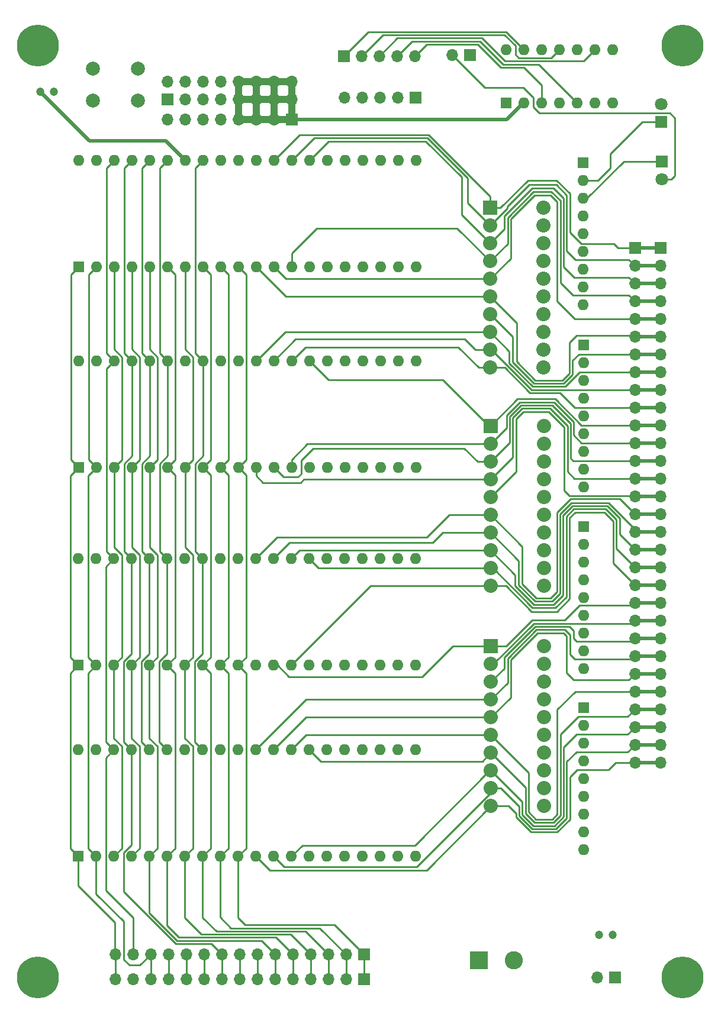
<source format=gbr>
%TF.GenerationSoftware,KiCad,Pcbnew,(5.1.9-0-10_14)*%
%TF.CreationDate,2021-06-04T12:06:49-04:00*%
%TF.ProjectId,CONTROL_LOGIC,434f4e54-524f-44c5-9f4c-4f4749432e6b,rev?*%
%TF.SameCoordinates,Original*%
%TF.FileFunction,Copper,L1,Top*%
%TF.FilePolarity,Positive*%
%FSLAX46Y46*%
G04 Gerber Fmt 4.6, Leading zero omitted, Abs format (unit mm)*
G04 Created by KiCad (PCBNEW (5.1.9-0-10_14)) date 2021-06-04 12:06:49*
%MOMM*%
%LPD*%
G01*
G04 APERTURE LIST*
%TA.AperFunction,ComponentPad*%
%ADD10O,1.700000X1.700000*%
%TD*%
%TA.AperFunction,ComponentPad*%
%ADD11R,1.700000X1.700000*%
%TD*%
%TA.AperFunction,ComponentPad*%
%ADD12O,1.600000X1.600000*%
%TD*%
%TA.AperFunction,ComponentPad*%
%ADD13R,1.600000X1.600000*%
%TD*%
%TA.AperFunction,ComponentPad*%
%ADD14C,1.200000*%
%TD*%
%TA.AperFunction,ComponentPad*%
%ADD15C,2.600000*%
%TD*%
%TA.AperFunction,ComponentPad*%
%ADD16R,2.600000X2.600000*%
%TD*%
%TA.AperFunction,ComponentPad*%
%ADD17C,0.800000*%
%TD*%
%TA.AperFunction,ComponentPad*%
%ADD18C,6.000000*%
%TD*%
%TA.AperFunction,ComponentPad*%
%ADD19R,1.800000X1.800000*%
%TD*%
%TA.AperFunction,ComponentPad*%
%ADD20C,1.800000*%
%TD*%
%TA.AperFunction,ComponentPad*%
%ADD21C,2.032000*%
%TD*%
%TA.AperFunction,ComponentPad*%
%ADD22R,2.032000X2.032000*%
%TD*%
%TA.AperFunction,ComponentPad*%
%ADD23C,2.000000*%
%TD*%
%TA.AperFunction,Conductor*%
%ADD24C,0.500000*%
%TD*%
%TA.AperFunction,Conductor*%
%ADD25C,0.250000*%
%TD*%
%TA.AperFunction,Conductor*%
%ADD26C,1.000000*%
%TD*%
G04 APERTURE END LIST*
D10*
%TO.P,J8,30*%
%TO.N,/D1*%
X245556400Y-124914600D03*
%TO.P,J8,29*%
%TO.N,/D2*%
X245556400Y-122374600D03*
%TO.P,J8,28*%
%TO.N,/D3*%
X245556400Y-119834600D03*
%TO.P,J8,27*%
%TO.N,/D4*%
X245556400Y-117294600D03*
%TO.P,J8,26*%
%TO.N,/D5*%
X245556400Y-114754600D03*
%TO.P,J8,25*%
%TO.N,/D6*%
X245556400Y-112214600D03*
%TO.P,J8,24*%
%TO.N,/D7*%
X245556400Y-109674600D03*
%TO.P,J8,23*%
%TO.N,/D8*%
X245556400Y-107134600D03*
%TO.P,J8,22*%
%TO.N,/D9*%
X245556400Y-104594600D03*
%TO.P,J8,21*%
%TO.N,/D10*%
X245556400Y-102054600D03*
%TO.P,J8,20*%
%TO.N,/D11*%
X245556400Y-99514600D03*
%TO.P,J8,19*%
%TO.N,/D12*%
X245556400Y-96974600D03*
%TO.P,J8,18*%
%TO.N,/D13*%
X245556400Y-94434600D03*
%TO.P,J8,17*%
%TO.N,/D14*%
X245556400Y-91894600D03*
%TO.P,J8,16*%
%TO.N,/D15*%
X245556400Y-89354600D03*
%TO.P,J8,15*%
%TO.N,/D16*%
X245556400Y-86814600D03*
%TO.P,J8,14*%
%TO.N,/D17*%
X245556400Y-84274600D03*
%TO.P,J8,13*%
%TO.N,/D18*%
X245556400Y-81734600D03*
%TO.P,J8,12*%
%TO.N,/D19*%
X245556400Y-79194600D03*
%TO.P,J8,11*%
%TO.N,/D20*%
X245556400Y-76654600D03*
%TO.P,J8,10*%
%TO.N,/D21*%
X245556400Y-74114600D03*
%TO.P,J8,9*%
%TO.N,/D22*%
X245556400Y-71574600D03*
%TO.P,J8,8*%
%TO.N,/D23*%
X245556400Y-69034600D03*
%TO.P,J8,7*%
%TO.N,/D24*%
X245556400Y-66494600D03*
%TO.P,J8,6*%
%TO.N,/D25*%
X245556400Y-63954600D03*
%TO.P,J8,5*%
%TO.N,/D26*%
X245556400Y-61414600D03*
%TO.P,J8,4*%
%TO.N,/D27*%
X245556400Y-58874600D03*
%TO.P,J8,3*%
%TO.N,/D28*%
X245556400Y-56334600D03*
%TO.P,J8,2*%
%TO.N,/D29*%
X245556400Y-53794600D03*
D11*
%TO.P,J8,1*%
%TO.N,/D30*%
X245556400Y-51254600D03*
%TD*%
D10*
%TO.P,J7,8*%
%TO.N,/D32*%
X178726400Y-32904600D03*
%TO.P,J7,7*%
X181266400Y-32904600D03*
%TO.P,J7,6*%
X183806400Y-32904600D03*
%TO.P,J7,5*%
X186346400Y-32904600D03*
%TO.P,J7,4*%
%TO.N,Net-(J4-Pad10)*%
X188886400Y-32904600D03*
%TO.P,J7,3*%
X191426400Y-32904600D03*
%TO.P,J7,2*%
X193966400Y-32904600D03*
D11*
%TO.P,J7,1*%
X196506400Y-32904600D03*
%TD*%
D12*
%TO.P,EEPROM4,23*%
%TO.N,/INST5*%
X178702800Y-38750400D03*
%TO.P,EEPROM4,*%
%TO.N,*%
X204102800Y-53990400D03*
%TO.P,EEPROM4,15*%
%TO.N,/D28*%
X199022800Y-38750400D03*
%TO.P,EEPROM4,9*%
%TO.N,/STEP2*%
X186322800Y-53990400D03*
%TO.P,EEPROM4,4*%
%TO.N,/FLAG4*%
X173622800Y-53990400D03*
%TO.P,EEPROM4,7*%
%TO.N,/FLAG1*%
X181242800Y-53990400D03*
%TO.P,EEPROM4,11*%
%TO.N,/D25*%
X191402800Y-53990400D03*
%TO.P,EEPROM4,*%
%TO.N,*%
X206642800Y-38750400D03*
%TO.P,EEPROM4,5*%
%TO.N,/FLAG3*%
X176162800Y-53990400D03*
%TO.P,EEPROM4,17*%
%TO.N,/D30*%
X193942800Y-38750400D03*
%TO.P,EEPROM4,*%
%TO.N,*%
X201562800Y-53990400D03*
%TO.P,EEPROM4,22*%
%TO.N,GND*%
X181242800Y-38750400D03*
%TO.P,EEPROM4,16*%
%TO.N,/D29*%
X196482800Y-38750400D03*
%TO.P,EEPROM4,8*%
%TO.N,/STEP3*%
X183782800Y-53990400D03*
%TO.P,EEPROM4,*%
%TO.N,*%
X204102800Y-38750400D03*
%TO.P,EEPROM4,21*%
%TO.N,/INST4*%
X183782800Y-38750400D03*
%TO.P,EEPROM4,2*%
%TO.N,/INST6*%
X168542800Y-53990400D03*
%TO.P,EEPROM4,12*%
%TO.N,/D26*%
X193942800Y-53990400D03*
%TO.P,EEPROM4,13*%
%TO.N,/D27*%
X196482800Y-53990400D03*
%TO.P,EEPROM4,*%
%TO.N,*%
X201562800Y-38750400D03*
%TO.P,EEPROM4,24*%
%TO.N,/INST3*%
X176162800Y-38750400D03*
%TO.P,EEPROM4,*%
%TO.N,*%
X206642800Y-53990400D03*
%TO.P,EEPROM4,28*%
%TO.N,VCC*%
X166002800Y-38750400D03*
%TO.P,EEPROM4,25*%
%TO.N,/INST2*%
X173622800Y-38750400D03*
%TO.P,EEPROM4,*%
%TO.N,*%
X209182800Y-53990400D03*
%TO.P,EEPROM4,26*%
%TO.N,/INST7*%
X171082800Y-38750400D03*
%TO.P,EEPROM4,*%
%TO.N,*%
X211722800Y-53990400D03*
%TO.P,EEPROM4,27*%
%TO.N,VCC*%
X168542800Y-38750400D03*
%TO.P,EEPROM4,*%
%TO.N,*%
X214262800Y-53990400D03*
X214262800Y-38750400D03*
%TO.P,EEPROM4,10*%
%TO.N,/STEP1*%
X188862800Y-53990400D03*
%TO.P,EEPROM4,3*%
%TO.N,/INST1*%
X171082800Y-53990400D03*
%TO.P,EEPROM4,18*%
%TO.N,/D31*%
X191402800Y-38750400D03*
%TO.P,EEPROM4,*%
%TO.N,*%
X211722800Y-38750400D03*
%TO.P,EEPROM4,19*%
%TO.N,/D32*%
X188862800Y-38750400D03*
%TO.P,EEPROM4,6*%
%TO.N,/FLAG2*%
X178702800Y-53990400D03*
D13*
%TO.P,EEPROM4,1*%
%TO.N,/INST8*%
X166002800Y-53990400D03*
D12*
%TO.P,EEPROM4,14*%
%TO.N,GND*%
X199022800Y-53990400D03*
%TO.P,EEPROM4,20*%
X186322800Y-38750400D03*
%TO.P,EEPROM4,*%
%TO.N,*%
X209182800Y-38750400D03*
%TD*%
%TO.P,EEPROM3,23*%
%TO.N,/INST5*%
X178702800Y-67450400D03*
%TO.P,EEPROM3,*%
%TO.N,*%
X204102800Y-82690400D03*
%TO.P,EEPROM3,15*%
%TO.N,/D20*%
X199022800Y-67450400D03*
%TO.P,EEPROM3,9*%
%TO.N,/STEP2*%
X186322800Y-82690400D03*
%TO.P,EEPROM3,4*%
%TO.N,/FLAG4*%
X173622800Y-82690400D03*
%TO.P,EEPROM3,7*%
%TO.N,/FLAG1*%
X181242800Y-82690400D03*
%TO.P,EEPROM3,11*%
%TO.N,/D17*%
X191402800Y-82690400D03*
%TO.P,EEPROM3,*%
%TO.N,*%
X206642800Y-67450400D03*
%TO.P,EEPROM3,5*%
%TO.N,/FLAG3*%
X176162800Y-82690400D03*
%TO.P,EEPROM3,17*%
%TO.N,/D22*%
X193942800Y-67450400D03*
%TO.P,EEPROM3,*%
%TO.N,*%
X201562800Y-82690400D03*
%TO.P,EEPROM3,22*%
%TO.N,GND*%
X181242800Y-67450400D03*
%TO.P,EEPROM3,16*%
%TO.N,/D21*%
X196482800Y-67450400D03*
%TO.P,EEPROM3,8*%
%TO.N,/STEP3*%
X183782800Y-82690400D03*
%TO.P,EEPROM3,*%
%TO.N,*%
X204102800Y-67450400D03*
%TO.P,EEPROM3,21*%
%TO.N,/INST4*%
X183782800Y-67450400D03*
%TO.P,EEPROM3,2*%
%TO.N,/INST6*%
X168542800Y-82690400D03*
%TO.P,EEPROM3,12*%
%TO.N,/D18*%
X193942800Y-82690400D03*
%TO.P,EEPROM3,13*%
%TO.N,/D19*%
X196482800Y-82690400D03*
%TO.P,EEPROM3,*%
%TO.N,*%
X201562800Y-67450400D03*
%TO.P,EEPROM3,24*%
%TO.N,/INST3*%
X176162800Y-67450400D03*
%TO.P,EEPROM3,*%
%TO.N,*%
X206642800Y-82690400D03*
%TO.P,EEPROM3,28*%
%TO.N,VCC*%
X166002800Y-67450400D03*
%TO.P,EEPROM3,25*%
%TO.N,/INST2*%
X173622800Y-67450400D03*
%TO.P,EEPROM3,*%
%TO.N,*%
X209182800Y-82690400D03*
%TO.P,EEPROM3,26*%
%TO.N,/INST7*%
X171082800Y-67450400D03*
%TO.P,EEPROM3,*%
%TO.N,*%
X211722800Y-82690400D03*
%TO.P,EEPROM3,27*%
%TO.N,VCC*%
X168542800Y-67450400D03*
%TO.P,EEPROM3,*%
%TO.N,*%
X214262800Y-82690400D03*
X214262800Y-67450400D03*
%TO.P,EEPROM3,10*%
%TO.N,/STEP1*%
X188862800Y-82690400D03*
%TO.P,EEPROM3,3*%
%TO.N,/INST1*%
X171082800Y-82690400D03*
%TO.P,EEPROM3,18*%
%TO.N,/D23*%
X191402800Y-67450400D03*
%TO.P,EEPROM3,*%
%TO.N,*%
X211722800Y-67450400D03*
%TO.P,EEPROM3,19*%
%TO.N,/D24*%
X188862800Y-67450400D03*
%TO.P,EEPROM3,6*%
%TO.N,/FLAG2*%
X178702800Y-82690400D03*
D13*
%TO.P,EEPROM3,1*%
%TO.N,/INST8*%
X166002800Y-82690400D03*
D12*
%TO.P,EEPROM3,14*%
%TO.N,GND*%
X199022800Y-82690400D03*
%TO.P,EEPROM3,20*%
X186322800Y-67450400D03*
%TO.P,EEPROM3,*%
%TO.N,*%
X209182800Y-67450400D03*
%TD*%
%TO.P,EEPROM2,23*%
%TO.N,/INST5*%
X178652800Y-95750400D03*
%TO.P,EEPROM2,*%
%TO.N,*%
X204052800Y-110990400D03*
%TO.P,EEPROM2,15*%
%TO.N,/D12*%
X198972800Y-95750400D03*
%TO.P,EEPROM2,9*%
%TO.N,/STEP2*%
X186272800Y-110990400D03*
%TO.P,EEPROM2,4*%
%TO.N,/FLAG4*%
X173572800Y-110990400D03*
%TO.P,EEPROM2,7*%
%TO.N,/FLAG1*%
X181192800Y-110990400D03*
%TO.P,EEPROM2,11*%
%TO.N,/D9*%
X191352800Y-110990400D03*
%TO.P,EEPROM2,*%
%TO.N,*%
X206592800Y-95750400D03*
%TO.P,EEPROM2,5*%
%TO.N,/FLAG3*%
X176112800Y-110990400D03*
%TO.P,EEPROM2,17*%
%TO.N,/D14*%
X193892800Y-95750400D03*
%TO.P,EEPROM2,*%
%TO.N,*%
X201512800Y-110990400D03*
%TO.P,EEPROM2,22*%
%TO.N,GND*%
X181192800Y-95750400D03*
%TO.P,EEPROM2,16*%
%TO.N,/D13*%
X196432800Y-95750400D03*
%TO.P,EEPROM2,8*%
%TO.N,/STEP3*%
X183732800Y-110990400D03*
%TO.P,EEPROM2,*%
%TO.N,*%
X204052800Y-95750400D03*
%TO.P,EEPROM2,21*%
%TO.N,/INST4*%
X183732800Y-95750400D03*
%TO.P,EEPROM2,2*%
%TO.N,/INST6*%
X168492800Y-110990400D03*
%TO.P,EEPROM2,12*%
%TO.N,/D10*%
X193892800Y-110990400D03*
%TO.P,EEPROM2,13*%
%TO.N,/D11*%
X196432800Y-110990400D03*
%TO.P,EEPROM2,*%
%TO.N,*%
X201512800Y-95750400D03*
%TO.P,EEPROM2,24*%
%TO.N,/INST3*%
X176112800Y-95750400D03*
%TO.P,EEPROM2,*%
%TO.N,*%
X206592800Y-110990400D03*
%TO.P,EEPROM2,28*%
%TO.N,VCC*%
X165952800Y-95750400D03*
%TO.P,EEPROM2,25*%
%TO.N,/INST2*%
X173572800Y-95750400D03*
%TO.P,EEPROM2,*%
%TO.N,*%
X209132800Y-110990400D03*
%TO.P,EEPROM2,26*%
%TO.N,/INST7*%
X171032800Y-95750400D03*
%TO.P,EEPROM2,*%
%TO.N,*%
X211672800Y-110990400D03*
%TO.P,EEPROM2,27*%
%TO.N,VCC*%
X168492800Y-95750400D03*
%TO.P,EEPROM2,*%
%TO.N,*%
X214212800Y-110990400D03*
X214212800Y-95750400D03*
%TO.P,EEPROM2,10*%
%TO.N,/STEP1*%
X188812800Y-110990400D03*
%TO.P,EEPROM2,3*%
%TO.N,/INST1*%
X171032800Y-110990400D03*
%TO.P,EEPROM2,18*%
%TO.N,/D15*%
X191352800Y-95750400D03*
%TO.P,EEPROM2,*%
%TO.N,*%
X211672800Y-95750400D03*
%TO.P,EEPROM2,19*%
%TO.N,/D16*%
X188812800Y-95750400D03*
%TO.P,EEPROM2,6*%
%TO.N,/FLAG2*%
X178652800Y-110990400D03*
D13*
%TO.P,EEPROM2,1*%
%TO.N,/INST8*%
X165952800Y-110990400D03*
D12*
%TO.P,EEPROM2,14*%
%TO.N,GND*%
X198972800Y-110990400D03*
%TO.P,EEPROM2,20*%
X186272800Y-95750400D03*
%TO.P,EEPROM2,*%
%TO.N,*%
X209132800Y-95750400D03*
%TD*%
%TO.P,EEPROM1,23*%
%TO.N,/INST5*%
X178652800Y-123100400D03*
%TO.P,EEPROM1,*%
%TO.N,*%
X204052800Y-138340400D03*
%TO.P,EEPROM1,15*%
%TO.N,/D4*%
X198972800Y-123100400D03*
%TO.P,EEPROM1,9*%
%TO.N,/STEP2*%
X186272800Y-138340400D03*
%TO.P,EEPROM1,4*%
%TO.N,/FLAG4*%
X173572800Y-138340400D03*
%TO.P,EEPROM1,7*%
%TO.N,/FLAG1*%
X181192800Y-138340400D03*
%TO.P,EEPROM1,11*%
%TO.N,/D1*%
X191352800Y-138340400D03*
%TO.P,EEPROM1,*%
%TO.N,*%
X206592800Y-123100400D03*
%TO.P,EEPROM1,5*%
%TO.N,/FLAG3*%
X176112800Y-138340400D03*
%TO.P,EEPROM1,17*%
%TO.N,/D6*%
X193892800Y-123100400D03*
%TO.P,EEPROM1,*%
%TO.N,*%
X201512800Y-138340400D03*
%TO.P,EEPROM1,22*%
%TO.N,GND*%
X181192800Y-123100400D03*
%TO.P,EEPROM1,16*%
%TO.N,/D5*%
X196432800Y-123100400D03*
%TO.P,EEPROM1,8*%
%TO.N,/STEP3*%
X183732800Y-138340400D03*
%TO.P,EEPROM1,*%
%TO.N,*%
X204052800Y-123100400D03*
%TO.P,EEPROM1,21*%
%TO.N,/INST4*%
X183732800Y-123100400D03*
%TO.P,EEPROM1,2*%
%TO.N,/INST6*%
X168492800Y-138340400D03*
%TO.P,EEPROM1,12*%
%TO.N,/D2*%
X193892800Y-138340400D03*
%TO.P,EEPROM1,13*%
%TO.N,/D3*%
X196432800Y-138340400D03*
%TO.P,EEPROM1,*%
%TO.N,*%
X201512800Y-123100400D03*
%TO.P,EEPROM1,24*%
%TO.N,/INST3*%
X176112800Y-123100400D03*
%TO.P,EEPROM1,*%
%TO.N,*%
X206592800Y-138340400D03*
%TO.P,EEPROM1,28*%
%TO.N,VCC*%
X165952800Y-123100400D03*
%TO.P,EEPROM1,25*%
%TO.N,/INST2*%
X173572800Y-123100400D03*
%TO.P,EEPROM1,*%
%TO.N,*%
X209132800Y-138340400D03*
%TO.P,EEPROM1,26*%
%TO.N,/INST7*%
X171032800Y-123100400D03*
%TO.P,EEPROM1,*%
%TO.N,*%
X211672800Y-138340400D03*
%TO.P,EEPROM1,27*%
%TO.N,VCC*%
X168492800Y-123100400D03*
%TO.P,EEPROM1,*%
%TO.N,*%
X214212800Y-138340400D03*
X214212800Y-123100400D03*
%TO.P,EEPROM1,10*%
%TO.N,/STEP1*%
X188812800Y-138340400D03*
%TO.P,EEPROM1,3*%
%TO.N,/INST1*%
X171032800Y-138340400D03*
%TO.P,EEPROM1,18*%
%TO.N,/D7*%
X191352800Y-123100400D03*
%TO.P,EEPROM1,*%
%TO.N,*%
X211672800Y-123100400D03*
%TO.P,EEPROM1,19*%
%TO.N,/D8*%
X188812800Y-123100400D03*
%TO.P,EEPROM1,6*%
%TO.N,/FLAG2*%
X178652800Y-138340400D03*
D13*
%TO.P,EEPROM1,1*%
%TO.N,/INST8*%
X165952800Y-138340400D03*
D12*
%TO.P,EEPROM1,14*%
%TO.N,GND*%
X198972800Y-138340400D03*
%TO.P,EEPROM1,20*%
X186272800Y-123100400D03*
%TO.P,EEPROM1,*%
%TO.N,*%
X209132800Y-123100400D03*
%TD*%
D14*
%TO.P,C5,1*%
%TO.N,VCC*%
X240402400Y-149572600D03*
%TO.P,C5,2*%
%TO.N,GND*%
X242402400Y-149572600D03*
%TD*%
D10*
%TO.P,J3,30*%
%TO.N,/D1*%
X249206400Y-124914600D03*
%TO.P,J3,29*%
%TO.N,/D2*%
X249206400Y-122374600D03*
%TO.P,J3,28*%
%TO.N,/D3*%
X249206400Y-119834600D03*
%TO.P,J3,27*%
%TO.N,/D4*%
X249206400Y-117294600D03*
%TO.P,J3,26*%
%TO.N,/D5*%
X249206400Y-114754600D03*
%TO.P,J3,25*%
%TO.N,/D6*%
X249206400Y-112214600D03*
%TO.P,J3,24*%
%TO.N,/D7*%
X249206400Y-109674600D03*
%TO.P,J3,23*%
%TO.N,/D8*%
X249206400Y-107134600D03*
%TO.P,J3,22*%
%TO.N,/D9*%
X249206400Y-104594600D03*
%TO.P,J3,21*%
%TO.N,/D10*%
X249206400Y-102054600D03*
%TO.P,J3,20*%
%TO.N,/D11*%
X249206400Y-99514600D03*
%TO.P,J3,19*%
%TO.N,/D12*%
X249206400Y-96974600D03*
%TO.P,J3,18*%
%TO.N,/D13*%
X249206400Y-94434600D03*
%TO.P,J3,17*%
%TO.N,/D14*%
X249206400Y-91894600D03*
%TO.P,J3,16*%
%TO.N,/D15*%
X249206400Y-89354600D03*
%TO.P,J3,15*%
%TO.N,/D16*%
X249206400Y-86814600D03*
%TO.P,J3,14*%
%TO.N,/D17*%
X249206400Y-84274600D03*
%TO.P,J3,13*%
%TO.N,/D18*%
X249206400Y-81734600D03*
%TO.P,J3,12*%
%TO.N,/D19*%
X249206400Y-79194600D03*
%TO.P,J3,11*%
%TO.N,/D20*%
X249206400Y-76654600D03*
%TO.P,J3,10*%
%TO.N,/D21*%
X249206400Y-74114600D03*
%TO.P,J3,9*%
%TO.N,/D22*%
X249206400Y-71574600D03*
%TO.P,J3,8*%
%TO.N,/D23*%
X249206400Y-69034600D03*
%TO.P,J3,7*%
%TO.N,/D24*%
X249206400Y-66494600D03*
%TO.P,J3,6*%
%TO.N,/D25*%
X249206400Y-63954600D03*
%TO.P,J3,5*%
%TO.N,/D26*%
X249206400Y-61414600D03*
%TO.P,J3,4*%
%TO.N,/D27*%
X249206400Y-58874600D03*
%TO.P,J3,3*%
%TO.N,/D28*%
X249206400Y-56334600D03*
%TO.P,J3,2*%
%TO.N,/D29*%
X249206400Y-53794600D03*
D11*
%TO.P,J3,1*%
%TO.N,/D30*%
X249206400Y-51254600D03*
%TD*%
D12*
%TO.P,RN4,9*%
%TO.N,Net-(BAR3-Pad15)*%
X238156400Y-59424600D03*
%TO.P,RN4,8*%
%TO.N,Net-(BAR3-Pad16)*%
X238156400Y-56884600D03*
%TO.P,RN4,7*%
%TO.N,Net-(BAR3-Pad17)*%
X238156400Y-54344600D03*
%TO.P,RN4,6*%
%TO.N,Net-(BAR3-Pad18)*%
X238156400Y-51804600D03*
%TO.P,RN4,5*%
%TO.N,Net-(BAR3-Pad19)*%
X238156400Y-49264600D03*
%TO.P,RN4,4*%
%TO.N,Net-(BAR3-Pad20)*%
X238156400Y-46724600D03*
%TO.P,RN4,3*%
%TO.N,Net-(D1-Pad1)*%
X238156400Y-44184600D03*
%TO.P,RN4,2*%
%TO.N,Net-(D2-Pad1)*%
X238156400Y-41644600D03*
D13*
%TO.P,RN4,1*%
%TO.N,GND*%
X238156400Y-39104600D03*
%TD*%
D12*
%TO.P,RN3,9*%
%TO.N,Net-(BAR2-Pad17)*%
X238206400Y-85474600D03*
%TO.P,RN3,8*%
%TO.N,Net-(BAR2-Pad18)*%
X238206400Y-82934600D03*
%TO.P,RN3,7*%
%TO.N,Net-(BAR2-Pad19)*%
X238206400Y-80394600D03*
%TO.P,RN3,6*%
%TO.N,Net-(BAR2-Pad20)*%
X238206400Y-77854600D03*
%TO.P,RN3,5*%
%TO.N,Net-(BAR3-Pad11)*%
X238206400Y-75314600D03*
%TO.P,RN3,4*%
%TO.N,Net-(BAR3-Pad12)*%
X238206400Y-72774600D03*
%TO.P,RN3,3*%
%TO.N,Net-(BAR3-Pad13)*%
X238206400Y-70234600D03*
%TO.P,RN3,2*%
%TO.N,Net-(BAR3-Pad14)*%
X238206400Y-67694600D03*
D13*
%TO.P,RN3,1*%
%TO.N,GND*%
X238206400Y-65154600D03*
%TD*%
D12*
%TO.P,RN2,9*%
%TO.N,Net-(BAR1-Pad19)*%
X238206400Y-111474600D03*
%TO.P,RN2,8*%
%TO.N,Net-(BAR1-Pad20)*%
X238206400Y-108934600D03*
%TO.P,RN2,7*%
%TO.N,Net-(BAR2-Pad11)*%
X238206400Y-106394600D03*
%TO.P,RN2,6*%
%TO.N,Net-(BAR2-Pad12)*%
X238206400Y-103854600D03*
%TO.P,RN2,5*%
%TO.N,Net-(BAR2-Pad13)*%
X238206400Y-101314600D03*
%TO.P,RN2,4*%
%TO.N,Net-(BAR2-Pad14)*%
X238206400Y-98774600D03*
%TO.P,RN2,3*%
%TO.N,Net-(BAR2-Pad15)*%
X238206400Y-96234600D03*
%TO.P,RN2,2*%
%TO.N,Net-(BAR2-Pad16)*%
X238206400Y-93694600D03*
D13*
%TO.P,RN2,1*%
%TO.N,GND*%
X238206400Y-91154600D03*
%TD*%
D12*
%TO.P,RN1,9*%
%TO.N,Net-(BAR1-Pad11)*%
X238256400Y-137374600D03*
%TO.P,RN1,8*%
%TO.N,Net-(BAR1-Pad12)*%
X238256400Y-134834600D03*
%TO.P,RN1,7*%
%TO.N,Net-(BAR1-Pad13)*%
X238256400Y-132294600D03*
%TO.P,RN1,6*%
%TO.N,Net-(BAR1-Pad14)*%
X238256400Y-129754600D03*
%TO.P,RN1,5*%
%TO.N,Net-(BAR1-Pad15)*%
X238256400Y-127214600D03*
%TO.P,RN1,4*%
%TO.N,Net-(BAR1-Pad16)*%
X238256400Y-124674600D03*
%TO.P,RN1,3*%
%TO.N,Net-(BAR1-Pad17)*%
X238256400Y-122134600D03*
%TO.P,RN1,2*%
%TO.N,Net-(BAR1-Pad18)*%
X238256400Y-119594600D03*
D13*
%TO.P,RN1,1*%
%TO.N,GND*%
X238256400Y-117054600D03*
%TD*%
D15*
%TO.P,J5,2*%
%TO.N,GND*%
X228251400Y-153219600D03*
D16*
%TO.P,J5,1*%
%TO.N,VCC*%
X223251400Y-153219600D03*
%TD*%
D17*
%TO.P,REF\u002A\u002A,1*%
%TO.N,N/C*%
X253997390Y-154113610D03*
X252406400Y-153454600D03*
X250815410Y-154113610D03*
X250156400Y-155704600D03*
X250815410Y-157295590D03*
X252406400Y-157954600D03*
X253997390Y-157295590D03*
X254656400Y-155704600D03*
D18*
X252406400Y-155704600D03*
%TD*%
D17*
%TO.P,REF\u002A\u002A,1*%
%TO.N,N/C*%
X161797390Y-154113610D03*
X160206400Y-153454600D03*
X158615410Y-154113610D03*
X157956400Y-155704600D03*
X158615410Y-157295590D03*
X160206400Y-157954600D03*
X161797390Y-157295590D03*
X162456400Y-155704600D03*
D18*
X160206400Y-155704600D03*
%TD*%
D17*
%TO.P,REF\u002A\u002A,1*%
%TO.N,N/C*%
X253947390Y-20713610D03*
X252356400Y-20054600D03*
X250765410Y-20713610D03*
X250106400Y-22304600D03*
X250765410Y-23895590D03*
X252356400Y-24554600D03*
X253947390Y-23895590D03*
X254606400Y-22304600D03*
D18*
X252356400Y-22304600D03*
%TD*%
D17*
%TO.P,REF\u002A\u002A,1*%
%TO.N,N/C*%
X161797390Y-20763610D03*
X160206400Y-20104600D03*
X158615410Y-20763610D03*
X157956400Y-22354600D03*
X158615410Y-23945590D03*
X160206400Y-24604600D03*
X161797390Y-23945590D03*
X162456400Y-22354600D03*
D18*
X160206400Y-22354600D03*
%TD*%
D11*
%TO.P,J11,1*%
%TO.N,Net-(J11-Pad1)*%
X214214400Y-29780600D03*
D10*
%TO.P,J11,2*%
%TO.N,Net-(J11-Pad2)*%
X211674400Y-29780600D03*
%TO.P,J11,3*%
%TO.N,Net-(J11-Pad3)*%
X209134400Y-29780600D03*
%TO.P,J11,4*%
%TO.N,Net-(J11-Pad4)*%
X206594400Y-29780600D03*
%TO.P,J11,5*%
%TO.N,Net-(J11-Pad5)*%
X204054400Y-29780600D03*
%TD*%
D11*
%TO.P,J10,1*%
%TO.N,Net-(J10-Pad1)*%
X203938400Y-23822600D03*
D10*
%TO.P,J10,2*%
%TO.N,Net-(J10-Pad2)*%
X206478400Y-23822600D03*
%TO.P,J10,3*%
%TO.N,Net-(J10-Pad3)*%
X209018400Y-23822600D03*
%TO.P,J10,4*%
%TO.N,Net-(J10-Pad4)*%
X211558400Y-23822600D03*
%TO.P,J10,5*%
%TO.N,Net-(J10-Pad5)*%
X214098400Y-23822600D03*
%TD*%
D13*
%TO.P,U1,1*%
%TO.N,/D32*%
X227156400Y-30554600D03*
D12*
%TO.P,U1,8*%
%TO.N,Net-(J11-Pad3)*%
X242396400Y-22934600D03*
%TO.P,U1,2*%
%TO.N,Net-(J4-Pad10)*%
X229696400Y-30554600D03*
%TO.P,U1,9*%
%TO.N,Net-(J10-Pad3)*%
X239856400Y-22934600D03*
%TO.P,U1,3*%
%TO.N,Net-(J10-Pad5)*%
X232236400Y-30554600D03*
%TO.P,U1,10*%
%TO.N,Net-(J11-Pad4)*%
X237316400Y-22934600D03*
%TO.P,U1,4*%
%TO.N,Net-(J11-Pad1)*%
X234776400Y-30554600D03*
%TO.P,U1,11*%
%TO.N,Net-(J10-Pad2)*%
X234776400Y-22934600D03*
%TO.P,U1,5*%
%TO.N,Net-(J10-Pad4)*%
X237316400Y-30554600D03*
%TO.P,U1,12*%
%TO.N,Net-(J11-Pad5)*%
X232236400Y-22934600D03*
%TO.P,U1,6*%
%TO.N,Net-(J11-Pad2)*%
X239856400Y-30554600D03*
%TO.P,U1,13*%
%TO.N,Net-(J10-Pad1)*%
X229696400Y-22934600D03*
%TO.P,U1,7*%
%TO.N,GND*%
X242396400Y-30554600D03*
%TO.P,U1,14*%
%TO.N,VCC*%
X227156400Y-22934600D03*
%TD*%
D11*
%TO.P,J9,1*%
%TO.N,/D32*%
X221996400Y-23708600D03*
D10*
%TO.P,J9,2*%
%TO.N,/D31*%
X219456400Y-23708600D03*
%TD*%
D11*
%TO.P,J4,1*%
%TO.N,/D32*%
X178746400Y-30014600D03*
D10*
%TO.P,J4,2*%
X178746400Y-27474600D03*
%TO.P,J4,3*%
X181286400Y-30014600D03*
%TO.P,J4,4*%
X181286400Y-27474600D03*
%TO.P,J4,5*%
X183826400Y-30014600D03*
%TO.P,J4,6*%
X183826400Y-27474600D03*
%TO.P,J4,7*%
X186366400Y-30014600D03*
%TO.P,J4,8*%
X186366400Y-27474600D03*
%TO.P,J4,9*%
%TO.N,Net-(J4-Pad10)*%
X188906400Y-30014600D03*
%TO.P,J4,10*%
X188906400Y-27474600D03*
%TO.P,J4,11*%
X191446400Y-30014600D03*
%TO.P,J4,12*%
X191446400Y-27474600D03*
%TO.P,J4,13*%
X193986400Y-30014600D03*
%TO.P,J4,14*%
X193986400Y-27474600D03*
%TO.P,J4,15*%
X196526400Y-30014600D03*
%TO.P,J4,16*%
X196526400Y-27474600D03*
%TD*%
%TO.P,J6,15*%
%TO.N,/INST8*%
X171222400Y-152335600D03*
%TO.P,J6,14*%
%TO.N,/INST7*%
X173762400Y-152335600D03*
%TO.P,J6,13*%
%TO.N,/INST6*%
X176302400Y-152335600D03*
%TO.P,J6,12*%
%TO.N,/INST5*%
X178842400Y-152335600D03*
%TO.P,J6,11*%
%TO.N,/INST4*%
X181382400Y-152335600D03*
%TO.P,J6,10*%
%TO.N,/INST3*%
X183922400Y-152335600D03*
%TO.P,J6,9*%
%TO.N,/INST2*%
X186462400Y-152335600D03*
%TO.P,J6,8*%
%TO.N,/INST1*%
X189002400Y-152335600D03*
%TO.P,J6,7*%
%TO.N,/FLAG4*%
X191542400Y-152335600D03*
%TO.P,J6,6*%
%TO.N,/FLAG3*%
X194082400Y-152335600D03*
%TO.P,J6,5*%
%TO.N,/FLAG2*%
X196622400Y-152335600D03*
%TO.P,J6,4*%
%TO.N,/FLAG1*%
X199162400Y-152335600D03*
%TO.P,J6,3*%
%TO.N,/STEP3*%
X201702400Y-152335600D03*
%TO.P,J6,2*%
%TO.N,/STEP2*%
X204242400Y-152335600D03*
D11*
%TO.P,J6,1*%
%TO.N,/STEP1*%
X206782400Y-152335600D03*
%TD*%
D19*
%TO.P,D2,1*%
%TO.N,Net-(D2-Pad1)*%
X249306400Y-33276600D03*
D20*
%TO.P,D2,2*%
%TO.N,/D32*%
X249306400Y-30736600D03*
%TD*%
D19*
%TO.P,D1,1*%
%TO.N,Net-(D1-Pad1)*%
X249416400Y-38876600D03*
D20*
%TO.P,D1,2*%
%TO.N,/D31*%
X249416400Y-41416600D03*
%TD*%
D21*
%TO.P,BAR3,20*%
%TO.N,Net-(BAR3-Pad20)*%
X232476400Y-45554600D03*
%TO.P,BAR3,19*%
%TO.N,Net-(BAR3-Pad19)*%
X232476400Y-48094600D03*
%TO.P,BAR3,18*%
%TO.N,Net-(BAR3-Pad18)*%
X232476400Y-50634600D03*
%TO.P,BAR3,17*%
%TO.N,Net-(BAR3-Pad17)*%
X232476400Y-53174600D03*
%TO.P,BAR3,9*%
%TO.N,/D22*%
X224856400Y-65874600D03*
%TO.P,BAR3,10*%
%TO.N,/D21*%
X224856400Y-68414600D03*
%TO.P,BAR3,11*%
%TO.N,Net-(BAR3-Pad11)*%
X232476400Y-68414600D03*
%TO.P,BAR3,12*%
%TO.N,Net-(BAR3-Pad12)*%
X232476400Y-65874600D03*
%TO.P,BAR3,8*%
%TO.N,/D23*%
X224856400Y-63334600D03*
%TO.P,BAR3,7*%
%TO.N,/D24*%
X224856400Y-60794600D03*
%TO.P,BAR3,6*%
%TO.N,/D25*%
X224856400Y-58254600D03*
%TO.P,BAR3,5*%
%TO.N,/D26*%
X224856400Y-55714600D03*
%TO.P,BAR3,16*%
%TO.N,Net-(BAR3-Pad16)*%
X232476400Y-55714600D03*
%TO.P,BAR3,15*%
%TO.N,Net-(BAR3-Pad15)*%
X232476400Y-58254600D03*
%TO.P,BAR3,14*%
%TO.N,Net-(BAR3-Pad14)*%
X232476400Y-60794600D03*
%TO.P,BAR3,13*%
%TO.N,Net-(BAR3-Pad13)*%
X232476400Y-63334600D03*
%TO.P,BAR3,4*%
%TO.N,/D27*%
X224856400Y-53174600D03*
%TO.P,BAR3,3*%
%TO.N,/D28*%
X224856400Y-50634600D03*
%TO.P,BAR3,2*%
%TO.N,/D29*%
X224856400Y-48094600D03*
D22*
%TO.P,BAR3,1*%
%TO.N,/D30*%
X224856400Y-45554600D03*
%TD*%
%TO.P,BAR2,1*%
%TO.N,/D20*%
X224908400Y-76784600D03*
D21*
%TO.P,BAR2,2*%
%TO.N,/D19*%
X224908400Y-79324600D03*
%TO.P,BAR2,3*%
%TO.N,/D18*%
X224908400Y-81864600D03*
%TO.P,BAR2,4*%
%TO.N,/D17*%
X224908400Y-84404600D03*
%TO.P,BAR2,13*%
%TO.N,Net-(BAR2-Pad13)*%
X232528400Y-94564600D03*
%TO.P,BAR2,14*%
%TO.N,Net-(BAR2-Pad14)*%
X232528400Y-92024600D03*
%TO.P,BAR2,15*%
%TO.N,Net-(BAR2-Pad15)*%
X232528400Y-89484600D03*
%TO.P,BAR2,16*%
%TO.N,Net-(BAR2-Pad16)*%
X232528400Y-86944600D03*
%TO.P,BAR2,5*%
%TO.N,/D16*%
X224908400Y-86944600D03*
%TO.P,BAR2,6*%
%TO.N,/D15*%
X224908400Y-89484600D03*
%TO.P,BAR2,7*%
%TO.N,/D14*%
X224908400Y-92024600D03*
%TO.P,BAR2,8*%
%TO.N,/D13*%
X224908400Y-94564600D03*
%TO.P,BAR2,12*%
%TO.N,Net-(BAR2-Pad12)*%
X232528400Y-97104600D03*
%TO.P,BAR2,11*%
%TO.N,Net-(BAR2-Pad11)*%
X232528400Y-99644600D03*
%TO.P,BAR2,10*%
%TO.N,/D11*%
X224908400Y-99644600D03*
%TO.P,BAR2,9*%
%TO.N,/D12*%
X224908400Y-97104600D03*
%TO.P,BAR2,17*%
%TO.N,Net-(BAR2-Pad17)*%
X232528400Y-84404600D03*
%TO.P,BAR2,18*%
%TO.N,Net-(BAR2-Pad18)*%
X232528400Y-81864600D03*
%TO.P,BAR2,19*%
%TO.N,Net-(BAR2-Pad19)*%
X232528400Y-79324600D03*
%TO.P,BAR2,20*%
%TO.N,Net-(BAR2-Pad20)*%
X232528400Y-76784600D03*
%TD*%
%TO.P,BAR1,20*%
%TO.N,Net-(BAR1-Pad20)*%
X232592400Y-108298600D03*
%TO.P,BAR1,19*%
%TO.N,Net-(BAR1-Pad19)*%
X232592400Y-110838600D03*
%TO.P,BAR1,18*%
%TO.N,Net-(BAR1-Pad18)*%
X232592400Y-113378600D03*
%TO.P,BAR1,17*%
%TO.N,Net-(BAR1-Pad17)*%
X232592400Y-115918600D03*
%TO.P,BAR1,9*%
%TO.N,/D2*%
X224972400Y-128618600D03*
%TO.P,BAR1,10*%
%TO.N,/D1*%
X224972400Y-131158600D03*
%TO.P,BAR1,11*%
%TO.N,Net-(BAR1-Pad11)*%
X232592400Y-131158600D03*
%TO.P,BAR1,12*%
%TO.N,Net-(BAR1-Pad12)*%
X232592400Y-128618600D03*
%TO.P,BAR1,8*%
%TO.N,/D3*%
X224972400Y-126078600D03*
%TO.P,BAR1,7*%
%TO.N,/D4*%
X224972400Y-123538600D03*
%TO.P,BAR1,6*%
%TO.N,/D5*%
X224972400Y-120998600D03*
%TO.P,BAR1,5*%
%TO.N,/D6*%
X224972400Y-118458600D03*
%TO.P,BAR1,16*%
%TO.N,Net-(BAR1-Pad16)*%
X232592400Y-118458600D03*
%TO.P,BAR1,15*%
%TO.N,Net-(BAR1-Pad15)*%
X232592400Y-120998600D03*
%TO.P,BAR1,14*%
%TO.N,Net-(BAR1-Pad14)*%
X232592400Y-123538600D03*
%TO.P,BAR1,13*%
%TO.N,Net-(BAR1-Pad13)*%
X232592400Y-126078600D03*
%TO.P,BAR1,4*%
%TO.N,/D7*%
X224972400Y-115918600D03*
%TO.P,BAR1,3*%
%TO.N,/D8*%
X224972400Y-113378600D03*
%TO.P,BAR1,2*%
%TO.N,/D9*%
X224972400Y-110838600D03*
D22*
%TO.P,BAR1,1*%
%TO.N,/D10*%
X224972400Y-108298600D03*
%TD*%
D23*
%TO.P,SW1,2*%
%TO.N,VCC*%
X168006400Y-30154600D03*
%TO.P,SW1,1*%
%TO.N,/D32*%
X168006400Y-25654600D03*
%TO.P,SW1,2*%
%TO.N,VCC*%
X174506400Y-30154600D03*
%TO.P,SW1,1*%
%TO.N,/D32*%
X174506400Y-25654600D03*
%TD*%
D10*
%TO.P,J2,15*%
%TO.N,/INST8*%
X171222400Y-155935600D03*
%TO.P,J2,14*%
%TO.N,/INST7*%
X173762400Y-155935600D03*
%TO.P,J2,13*%
%TO.N,/INST6*%
X176302400Y-155935600D03*
%TO.P,J2,12*%
%TO.N,/INST5*%
X178842400Y-155935600D03*
%TO.P,J2,11*%
%TO.N,/INST4*%
X181382400Y-155935600D03*
%TO.P,J2,10*%
%TO.N,/INST3*%
X183922400Y-155935600D03*
%TO.P,J2,9*%
%TO.N,/INST2*%
X186462400Y-155935600D03*
%TO.P,J2,8*%
%TO.N,/INST1*%
X189002400Y-155935600D03*
%TO.P,J2,7*%
%TO.N,/FLAG4*%
X191542400Y-155935600D03*
%TO.P,J2,6*%
%TO.N,/FLAG3*%
X194082400Y-155935600D03*
%TO.P,J2,5*%
%TO.N,/FLAG2*%
X196622400Y-155935600D03*
%TO.P,J2,4*%
%TO.N,/FLAG1*%
X199162400Y-155935600D03*
%TO.P,J2,3*%
%TO.N,/STEP3*%
X201702400Y-155935600D03*
%TO.P,J2,2*%
%TO.N,/STEP2*%
X204242400Y-155935600D03*
D11*
%TO.P,J2,1*%
%TO.N,/STEP1*%
X206782400Y-155935600D03*
%TD*%
%TO.P,J1,1*%
%TO.N,GND*%
X242691400Y-155709600D03*
D10*
%TO.P,J1,2*%
%TO.N,VCC*%
X240151400Y-155709600D03*
%TD*%
D14*
%TO.P,C2,1*%
%TO.N,VCC*%
X162497400Y-28942600D03*
%TO.P,C2,2*%
%TO.N,GND*%
X160497400Y-28942600D03*
%TD*%
D24*
%TO.N,GND*%
X160497400Y-28942600D02*
X167521400Y-35966600D01*
X178459000Y-35966600D02*
X181242800Y-38750400D01*
X167521400Y-35966600D02*
X178459000Y-35966600D01*
D25*
%TO.N,/D5*%
X237006400Y-114754600D02*
X245556400Y-114754600D01*
X234456356Y-117304644D02*
X237006400Y-114754600D01*
X234456356Y-132309004D02*
X234456356Y-117304644D01*
X230356444Y-132004644D02*
X231406356Y-133054556D01*
X233710804Y-133054556D02*
X234456356Y-132309004D01*
X231406356Y-133054556D02*
X233710804Y-133054556D01*
X230356444Y-126382644D02*
X230356444Y-132004644D01*
X224972400Y-120998600D02*
X230356444Y-126382644D01*
D24*
X245556400Y-114754600D02*
X249206400Y-114754600D01*
D25*
X198534600Y-120998600D02*
X196432800Y-123100400D01*
X224972400Y-120998600D02*
X198534600Y-120998600D01*
%TO.N,/D4*%
X244496400Y-118354600D02*
X245556400Y-117294600D01*
X237456400Y-118354600D02*
X244496400Y-118354600D01*
X234906367Y-132495403D02*
X234906367Y-120904633D01*
X233897203Y-133504567D02*
X234906367Y-132495403D01*
X224972400Y-123538600D02*
X229906433Y-128472633D01*
X231215597Y-133504567D02*
X233897203Y-133504567D01*
X234906367Y-120904633D02*
X237456400Y-118354600D01*
X229906433Y-132195403D02*
X231215597Y-133504567D01*
X229906433Y-128472633D02*
X229906433Y-132195403D01*
D24*
X249206400Y-117294600D02*
X245556400Y-117294600D01*
D25*
X200627000Y-124754600D02*
X198972800Y-123100400D01*
X223756400Y-124754600D02*
X200627000Y-124754600D01*
X224972400Y-123538600D02*
X223756400Y-124754600D01*
%TO.N,/D3*%
X237206400Y-120854600D02*
X244536400Y-120854600D01*
X244536400Y-120854600D02*
X245556400Y-119834600D01*
X231029198Y-133954578D02*
X234083602Y-133954578D01*
X229456422Y-132381802D02*
X231029198Y-133954578D01*
X234083602Y-133954578D02*
X235356378Y-132681802D01*
X235356378Y-132681802D02*
X235356378Y-122704622D01*
X229456422Y-130562622D02*
X229456422Y-132381802D01*
X235356378Y-122704622D02*
X237206400Y-120854600D01*
X224972400Y-126078600D02*
X229456422Y-130562622D01*
D24*
X245556400Y-119834600D02*
X249206400Y-119834600D01*
D25*
X198018600Y-136754600D02*
X196432800Y-138340400D01*
X224782400Y-126078600D02*
X214106400Y-136754600D01*
X214106400Y-136754600D02*
X198018600Y-136754600D01*
X224972400Y-126078600D02*
X224782400Y-126078600D01*
%TO.N,/D2*%
X237206400Y-123404600D02*
X244526400Y-123404600D01*
X235806389Y-132868201D02*
X235806389Y-124804611D01*
X244526400Y-123404600D02*
X245556400Y-122374600D01*
X235806389Y-124804611D02*
X237206400Y-123404600D01*
X229006411Y-132568201D02*
X230842799Y-134404589D01*
X234270001Y-134404589D02*
X235806389Y-132868201D01*
X230842799Y-134404589D02*
X234270001Y-134404589D01*
X229006411Y-131215771D02*
X229006411Y-132568201D01*
X226409240Y-128618600D02*
X229006411Y-131215771D01*
X224972400Y-128618600D02*
X226409240Y-128618600D01*
D24*
X249206400Y-122374600D02*
X245556400Y-122374600D01*
D25*
X195407000Y-139854600D02*
X193892800Y-138340400D01*
X214363602Y-139854600D02*
X195407000Y-139854600D01*
X224972400Y-129245802D02*
X214363602Y-139854600D01*
X224972400Y-128618600D02*
X224972400Y-129245802D01*
%TO.N,/D1*%
X242796400Y-124914600D02*
X245556400Y-124914600D01*
X237306400Y-125954600D02*
X241756400Y-125954600D01*
X236256400Y-127004600D02*
X237306400Y-125954600D01*
X236256400Y-133054600D02*
X236256400Y-127004600D01*
X234456400Y-134854600D02*
X236256400Y-133054600D01*
X241756400Y-125954600D02*
X242796400Y-124914600D01*
X230656400Y-134854600D02*
X234456400Y-134854600D01*
X228556400Y-132754600D02*
X230656400Y-134854600D01*
X227510400Y-131158600D02*
X228556400Y-132204600D01*
X228556400Y-132204600D02*
X228556400Y-132754600D01*
X224972400Y-131158600D02*
X227510400Y-131158600D01*
D24*
X245556400Y-124914600D02*
X249206400Y-124914600D01*
D25*
X215826389Y-140304611D02*
X193317011Y-140304611D01*
X224972400Y-131158600D02*
X215826389Y-140304611D01*
X193317011Y-140304611D02*
X191352800Y-138340400D01*
%TO.N,/D8*%
X236192833Y-105454622D02*
X236756400Y-106018189D01*
X224972400Y-113378600D02*
X226906378Y-111444622D01*
X226906378Y-109827443D02*
X231279199Y-105454622D01*
X245086400Y-107604600D02*
X245556400Y-107134600D01*
X226906378Y-111444622D02*
X226906378Y-109827443D01*
X236756400Y-106018189D02*
X236756400Y-107154600D01*
X231279199Y-105454622D02*
X236192833Y-105454622D01*
X236756400Y-107154600D02*
X237206400Y-107604600D01*
X237206400Y-107604600D02*
X245086400Y-107604600D01*
D24*
X249206400Y-107134600D02*
X245556400Y-107134600D01*
D25*
%TO.N,/D7*%
X227356389Y-110013843D02*
X231465599Y-105904633D01*
X231465599Y-105904633D02*
X235542844Y-105904633D01*
X245076400Y-110154600D02*
X245556400Y-109674600D01*
X236256411Y-106618200D02*
X236256411Y-109454611D01*
X236956400Y-110154600D02*
X245076400Y-110154600D01*
X235542844Y-105904633D02*
X236256411Y-106618200D01*
X236256411Y-109454611D02*
X236956400Y-110154600D01*
X224972400Y-115918600D02*
X227356389Y-113534611D01*
X227356389Y-113534611D02*
X227356389Y-110013843D01*
D24*
X245556400Y-109674600D02*
X249206400Y-109674600D01*
D25*
X198534600Y-115918600D02*
X191352800Y-123100400D01*
X224972400Y-115918600D02*
X198534600Y-115918600D01*
%TO.N,/D6*%
X244706401Y-113064599D02*
X245556400Y-112214600D01*
X235806400Y-106804600D02*
X235806400Y-112104600D01*
X231651999Y-106354644D02*
X235356444Y-106354644D01*
X227806400Y-115624600D02*
X227806400Y-110200243D01*
X224972400Y-118458600D02*
X227806400Y-115624600D01*
X235356444Y-106354644D02*
X235806400Y-106804600D01*
X227806400Y-110200243D02*
X231651999Y-106354644D01*
X236766399Y-113064599D02*
X244706401Y-113064599D01*
X235806400Y-112104600D02*
X236766399Y-113064599D01*
D24*
X249206400Y-112214600D02*
X245556400Y-112214600D01*
D25*
X198534600Y-118458600D02*
X193892800Y-123100400D01*
X224972400Y-118458600D02*
X198534600Y-118458600D01*
%TO.N,/D13*%
X228406400Y-99631779D02*
X231079209Y-102304589D01*
X235306378Y-89531800D02*
X236633600Y-88204578D01*
X233956411Y-102304589D02*
X235306378Y-100954622D01*
X243356422Y-89981800D02*
X243356422Y-92234622D01*
X231079209Y-102304589D02*
X233956411Y-102304589D01*
X224908400Y-94564600D02*
X228406400Y-98062600D01*
X236633600Y-88204578D02*
X241579200Y-88204578D01*
X228406400Y-98062600D02*
X228406400Y-99631779D01*
X235306378Y-100954622D02*
X235306378Y-89531800D01*
X241579200Y-88204578D02*
X243356422Y-89981800D01*
X243356422Y-92234622D02*
X245556400Y-94434600D01*
D24*
X249206400Y-94434600D02*
X245556400Y-94434600D01*
D25*
X197618600Y-94564600D02*
X196432800Y-95750400D01*
X224908400Y-94564600D02*
X197618600Y-94564600D01*
%TO.N,/D12*%
X236820000Y-88654589D02*
X241392800Y-88654589D01*
X234206400Y-102754600D02*
X235756389Y-101204611D01*
X224908400Y-97104600D02*
X225242810Y-97104600D01*
X235756389Y-89718200D02*
X236820000Y-88654589D01*
X242906411Y-90168200D02*
X242906411Y-94324611D01*
X225242810Y-97104600D02*
X230892810Y-102754600D01*
X242906411Y-94324611D02*
X245556400Y-96974600D01*
X241392800Y-88654589D02*
X242906411Y-90168200D01*
X235756389Y-101204611D02*
X235756389Y-89718200D01*
X230892810Y-102754600D02*
X234206400Y-102754600D01*
D24*
X245556400Y-96974600D02*
X249206400Y-96974600D01*
D25*
X200327000Y-97104600D02*
X198972800Y-95750400D01*
X224908400Y-97104600D02*
X200327000Y-97104600D01*
%TO.N,/D11*%
X242456400Y-90354600D02*
X242456400Y-96414600D01*
X241206400Y-89104600D02*
X242456400Y-90354600D01*
X227146400Y-99644600D02*
X230806400Y-103304600D01*
X224908400Y-99644600D02*
X227146400Y-99644600D01*
X236206400Y-89904600D02*
X237006400Y-89104600D01*
X234406400Y-103304600D02*
X236206400Y-101504600D01*
X237006400Y-89104600D02*
X241206400Y-89104600D01*
X236206400Y-101504600D02*
X236206400Y-89904600D01*
X230806400Y-103304600D02*
X234406400Y-103304600D01*
X242456400Y-96414600D02*
X245556400Y-99514600D01*
D24*
X245556400Y-99514600D02*
X249206400Y-99514600D01*
D25*
X207778600Y-99644600D02*
X196432800Y-110990400D01*
X224908400Y-99644600D02*
X207778600Y-99644600D01*
%TO.N,/D10*%
X230906400Y-104554600D02*
X235506400Y-104554600D01*
X245171399Y-102439601D02*
X245556400Y-102054600D01*
X237621399Y-102439601D02*
X245171399Y-102439601D01*
X235506400Y-104554600D02*
X237621399Y-102439601D01*
X227162400Y-108298600D02*
X230906400Y-104554600D01*
X224972400Y-108298600D02*
X227162400Y-108298600D01*
D24*
X249206400Y-102054600D02*
X245556400Y-102054600D01*
D25*
X194442200Y-110990400D02*
X193892800Y-110990400D01*
X196106400Y-112654600D02*
X194442200Y-110990400D01*
X215156400Y-112654600D02*
X196106400Y-112654600D01*
X219512400Y-108298600D02*
X215156400Y-112654600D01*
X224972400Y-108298600D02*
X219512400Y-108298600D01*
%TO.N,/D9*%
X224972400Y-110838600D02*
X225258810Y-110838600D01*
X225258810Y-110838600D02*
X231092799Y-105004611D01*
X231092799Y-105004611D02*
X245146389Y-105004611D01*
X245146389Y-105004611D02*
X245556400Y-104594600D01*
D24*
X245556400Y-104594600D02*
X249206400Y-104594600D01*
D25*
%TO.N,/D16*%
X235406400Y-85986545D02*
X236174400Y-86754545D01*
X233206400Y-74704600D02*
X235406400Y-76904600D01*
X245496345Y-86754545D02*
X245556400Y-86814600D01*
X235406400Y-76904600D02*
X235406400Y-85986545D01*
X229606400Y-74704600D02*
X233206400Y-74704600D01*
X224908400Y-86944600D02*
X228556400Y-83296600D01*
X236174400Y-86754545D02*
X245496345Y-86754545D01*
X228556400Y-75754600D02*
X229606400Y-74704600D01*
X228556400Y-83296600D02*
X228556400Y-75754600D01*
D24*
X245556400Y-86814600D02*
X249206400Y-86814600D01*
D25*
%TO.N,/D15*%
X224908400Y-89484600D02*
X229456400Y-94032600D01*
X236360800Y-87204556D02*
X243406356Y-87204556D01*
X229456400Y-99408959D02*
X231452007Y-101404567D01*
X234406356Y-89159000D02*
X236360800Y-87204556D01*
X229456400Y-94032600D02*
X229456400Y-99408959D01*
X234406356Y-100504644D02*
X234406356Y-89159000D01*
X231452007Y-101404567D02*
X233506433Y-101404567D01*
X243406356Y-87204556D02*
X245556400Y-89354600D01*
X233506433Y-101404567D02*
X234406356Y-100504644D01*
D24*
X249206400Y-89354600D02*
X245556400Y-89354600D01*
D25*
X224908400Y-89484600D02*
X219026400Y-89484600D01*
X219026400Y-89484600D02*
X215806400Y-92704600D01*
X194398600Y-92704600D02*
X191352800Y-95750400D01*
X215806400Y-92704600D02*
X194398600Y-92704600D01*
%TO.N,/D14*%
X234856367Y-89345400D02*
X236447200Y-87754567D01*
X245556400Y-91545367D02*
X245556400Y-91894600D01*
X233756422Y-101854578D02*
X234856367Y-100754633D01*
X228956400Y-96072600D02*
X228956400Y-99545369D01*
X234856367Y-100754633D02*
X234856367Y-89345400D01*
X231265608Y-101854578D02*
X233756422Y-101854578D01*
X236447200Y-87754567D02*
X241765600Y-87754567D01*
X228956400Y-99545369D02*
X231265608Y-101854578D01*
X224908400Y-92024600D02*
X228956400Y-96072600D01*
X241765600Y-87754567D02*
X245556400Y-91545367D01*
D24*
X245556400Y-91894600D02*
X249206400Y-91894600D01*
D25*
X224908400Y-92024600D02*
X218086400Y-92024600D01*
X218086400Y-92024600D02*
X216656400Y-93454600D01*
X196188600Y-93454600D02*
X193892800Y-95750400D01*
X216656400Y-93454600D02*
X196188600Y-93454600D01*
%TO.N,/D21*%
X234886400Y-72004600D02*
X236996400Y-74114600D01*
X236996400Y-74114600D02*
X245556400Y-74114600D01*
X224856400Y-68414600D02*
X226966400Y-68414600D01*
X230556400Y-72004600D02*
X234886400Y-72004600D01*
X226966400Y-68414600D02*
X230556400Y-72004600D01*
D24*
X249206400Y-74114600D02*
X245556400Y-74114600D01*
D25*
X224856400Y-68414600D02*
X223216400Y-68414600D01*
X223216400Y-68414600D02*
X220306400Y-65504600D01*
X198428600Y-65504600D02*
X196482800Y-67450400D01*
X220306400Y-65504600D02*
X198428600Y-65504600D01*
%TO.N,/D20*%
X237915633Y-76654600D02*
X245556400Y-76654600D01*
X228788442Y-72904558D02*
X234165591Y-72904558D01*
X224908400Y-76784600D02*
X228788442Y-72904558D01*
X234165591Y-72904558D02*
X237915633Y-76654600D01*
D24*
X245556400Y-76654600D02*
X249206400Y-76654600D01*
D25*
X224908400Y-76784600D02*
X224686400Y-76784600D01*
X224686400Y-76784600D02*
X218056400Y-70154600D01*
X201727000Y-70154600D02*
X199022800Y-67450400D01*
X218056400Y-70154600D02*
X201727000Y-70154600D01*
%TO.N,/D19*%
X229047198Y-73354569D02*
X233979191Y-73354569D01*
X236806431Y-76181809D02*
X236806431Y-78068220D01*
X224908400Y-79324600D02*
X227206367Y-77026633D01*
X237932811Y-79194600D02*
X245556400Y-79194600D01*
X227206367Y-77026633D02*
X227206367Y-75195400D01*
X227206367Y-75195400D02*
X229047198Y-73354569D01*
X233979191Y-73354569D02*
X236806431Y-76181809D01*
X236806431Y-78068220D02*
X237932811Y-79194600D01*
D24*
X249206400Y-79194600D02*
X245556400Y-79194600D01*
D25*
X224908400Y-79324600D02*
X198717230Y-79324600D01*
X198717230Y-79324600D02*
X196482800Y-81559030D01*
X196482800Y-81559030D02*
X196482800Y-82690400D01*
%TO.N,/D18*%
X229233600Y-73804578D02*
X233779199Y-73804578D01*
X236356420Y-81354620D02*
X236736400Y-81734600D01*
X227656378Y-79116622D02*
X227656378Y-75381800D01*
X236736400Y-81734600D02*
X245556400Y-81734600D01*
X233779199Y-73804578D02*
X236356420Y-76381799D01*
X224908400Y-81864600D02*
X227656378Y-79116622D01*
X227656378Y-75381800D02*
X229233600Y-73804578D01*
X236356420Y-76381799D02*
X236356420Y-81354620D01*
D24*
X245556400Y-81734600D02*
X249206400Y-81734600D01*
D25*
X224908400Y-81864600D02*
X223066400Y-81864600D01*
X223066400Y-81864600D02*
X221156400Y-79954600D01*
X221156400Y-79954600D02*
X199556400Y-79954600D01*
X199556400Y-79954600D02*
X197806400Y-81704600D01*
X197806400Y-81704600D02*
X197806400Y-83604600D01*
X197806400Y-83604600D02*
X197356400Y-84054600D01*
X195307000Y-84054600D02*
X193942800Y-82690400D01*
X197356400Y-84054600D02*
X195307000Y-84054600D01*
%TO.N,/D17*%
X235906409Y-83304609D02*
X236876400Y-84274600D01*
X228106389Y-75568200D02*
X229420000Y-74254589D01*
X236876400Y-84274600D02*
X245556400Y-84274600D01*
X229420000Y-74254589D02*
X233392799Y-74254589D01*
X235906409Y-76768199D02*
X235906409Y-83304609D01*
X224908400Y-84404600D02*
X228106389Y-81206611D01*
X228106389Y-81206611D02*
X228106389Y-75568200D01*
X233392799Y-74254589D02*
X235906409Y-76768199D01*
D24*
X249206400Y-84274600D02*
X245556400Y-84274600D01*
D25*
X224908400Y-84404600D02*
X198206400Y-84404600D01*
X198206400Y-84404600D02*
X197756400Y-84854600D01*
X197756400Y-84854600D02*
X192356400Y-84854600D01*
X191402800Y-83901000D02*
X191402800Y-82690400D01*
X192356400Y-84854600D02*
X191402800Y-83901000D01*
%TO.N,/D23*%
X224856400Y-63334600D02*
X227606380Y-66084580D01*
X237649222Y-69034600D02*
X245556400Y-69034600D01*
X227606380Y-66084580D02*
X227606380Y-67781759D01*
X235579244Y-71104578D02*
X237649222Y-69034600D01*
X227606380Y-67781759D02*
X230929198Y-71104578D01*
X230929198Y-71104578D02*
X235579244Y-71104578D01*
D24*
X249206400Y-69034600D02*
X245556400Y-69034600D01*
D25*
X195518600Y-63334600D02*
X191402800Y-67450400D01*
X224856400Y-63334600D02*
X195518600Y-63334600D01*
%TO.N,/D22*%
X245536389Y-71554589D02*
X245556400Y-71574600D01*
X230742799Y-71554589D02*
X245536389Y-71554589D01*
X224856400Y-65874600D02*
X225062810Y-65874600D01*
X225062810Y-65874600D02*
X230742799Y-71554589D01*
D24*
X245556400Y-71574600D02*
X249206400Y-71574600D01*
D25*
X224856400Y-65874600D02*
X222776400Y-65874600D01*
X222776400Y-65874600D02*
X221256400Y-64354600D01*
X197038600Y-64354600D02*
X193942800Y-67450400D01*
X221256400Y-64354600D02*
X197038600Y-64354600D01*
%TO.N,/D24*%
X237566400Y-66494600D02*
X245556400Y-66494600D01*
X236656411Y-67404589D02*
X237566400Y-66494600D01*
X236656411Y-69391000D02*
X236656411Y-67404589D01*
X228056391Y-63994591D02*
X228056391Y-67595360D01*
X235392843Y-70654567D02*
X236656411Y-69391000D01*
X224856400Y-60794600D02*
X228056391Y-63994591D01*
X231115597Y-70654567D02*
X235392843Y-70654567D01*
X228056391Y-67595360D02*
X231115597Y-70654567D01*
D24*
X245556400Y-66494600D02*
X249206400Y-66494600D01*
D25*
%TO.N,/INST7*%
X169957799Y-66325399D02*
X171082800Y-67450400D01*
X169957799Y-39875401D02*
X169957799Y-66325399D01*
X171082800Y-38750400D02*
X169957799Y-39875401D01*
X169957799Y-94675399D02*
X171032800Y-95750400D01*
X169957799Y-68575401D02*
X169957799Y-94675399D01*
X171082800Y-67450400D02*
X169957799Y-68575401D01*
X169907799Y-121975399D02*
X171032800Y-123100400D01*
X169907799Y-96875401D02*
X169907799Y-121975399D01*
X171032800Y-95750400D02*
X169907799Y-96875401D01*
X173762400Y-147110600D02*
X173762400Y-152335600D01*
X169907799Y-124225401D02*
X169907799Y-143255999D01*
X169907799Y-143255999D02*
X173762400Y-147110600D01*
X171032800Y-123100400D02*
X169907799Y-124225401D01*
%TO.N,/STEP1*%
X189987801Y-81565399D02*
X188862800Y-82690400D01*
X189987801Y-55115401D02*
X189987801Y-81565399D01*
X188862800Y-53990400D02*
X189987801Y-55115401D01*
X189937801Y-109865399D02*
X188812800Y-110990400D01*
X189937801Y-83765401D02*
X189937801Y-109865399D01*
X188862800Y-82690400D02*
X189937801Y-83765401D01*
X189937801Y-137215399D02*
X188812800Y-138340400D01*
X189937801Y-112115401D02*
X189937801Y-137215399D01*
X188812800Y-110990400D02*
X189937801Y-112115401D01*
X188812800Y-147161000D02*
X188812800Y-138340400D01*
X202601400Y-148154600D02*
X189806400Y-148154600D01*
X206782400Y-152335600D02*
X202601400Y-148154600D01*
X189806400Y-148154600D02*
X188812800Y-147161000D01*
X206782400Y-152335600D02*
X206782400Y-155935600D01*
%TO.N,/INST2*%
X172497799Y-66325399D02*
X173622800Y-67450400D01*
X172497799Y-39875401D02*
X172497799Y-66325399D01*
X173622800Y-38750400D02*
X172497799Y-39875401D01*
X173622800Y-81025398D02*
X172497799Y-82150399D01*
X172497799Y-94675399D02*
X173572800Y-95750400D01*
X172497799Y-82150399D02*
X172497799Y-94675399D01*
X173622800Y-67450400D02*
X173622800Y-81025398D01*
X172447799Y-121975399D02*
X173572800Y-123100400D01*
X172447799Y-110450399D02*
X172447799Y-121975399D01*
X173572800Y-109325398D02*
X172447799Y-110450399D01*
X173572800Y-95750400D02*
X173572800Y-109325398D01*
X184981466Y-150854666D02*
X186462400Y-152335600D01*
X173572800Y-123100400D02*
X173572800Y-136675398D01*
X173572800Y-136675398D02*
X172447799Y-137800399D01*
X172447799Y-137800399D02*
X172447799Y-143382410D01*
X172447799Y-143382410D02*
X179920055Y-150854666D01*
X179920055Y-150854666D02*
X184981466Y-150854666D01*
X186462400Y-152335600D02*
X186462400Y-155935600D01*
%TO.N,/STEP2*%
X187447801Y-81565399D02*
X186322800Y-82690400D01*
X187447801Y-55115401D02*
X187447801Y-81565399D01*
X186322800Y-53990400D02*
X187447801Y-55115401D01*
X187397801Y-109865399D02*
X186272800Y-110990400D01*
X187397801Y-83765401D02*
X187397801Y-109865399D01*
X186322800Y-82690400D02*
X187397801Y-83765401D01*
X187397801Y-137215399D02*
X186272800Y-138340400D01*
X187397801Y-112115401D02*
X187397801Y-137215399D01*
X186272800Y-110990400D02*
X187397801Y-112115401D01*
X187806411Y-148604611D02*
X186272800Y-147071000D01*
X186272800Y-147071000D02*
X186272800Y-138340400D01*
X200511411Y-148604611D02*
X187806411Y-148604611D01*
X204242400Y-152335600D02*
X200511411Y-148604611D01*
X204242400Y-152335600D02*
X204242400Y-155935600D01*
%TO.N,/INST3*%
X175037799Y-66325399D02*
X176162800Y-67450400D01*
X175037799Y-39875401D02*
X175037799Y-66325399D01*
X176162800Y-38750400D02*
X175037799Y-39875401D01*
X175037799Y-94675399D02*
X176112800Y-95750400D01*
X176162800Y-81025398D02*
X175037799Y-82150399D01*
X175037799Y-82150399D02*
X175037799Y-94675399D01*
X176162800Y-67450400D02*
X176162800Y-81025398D01*
X174987799Y-121975399D02*
X176112800Y-123100400D01*
X174987799Y-110450399D02*
X174987799Y-121975399D01*
X176112800Y-109325398D02*
X174987799Y-110450399D01*
X176112800Y-95750400D02*
X176112800Y-109325398D01*
X183922400Y-152335600D02*
X183922400Y-155935600D01*
%TO.N,/STEP3*%
X184907801Y-81565399D02*
X183782800Y-82690400D01*
X184907801Y-55115401D02*
X184907801Y-81565399D01*
X183782800Y-53990400D02*
X184907801Y-55115401D01*
X184857801Y-109865399D02*
X183732800Y-110990400D01*
X184857801Y-83765401D02*
X184857801Y-109865399D01*
X183782800Y-82690400D02*
X184857801Y-83765401D01*
X184857801Y-137215399D02*
X183732800Y-138340400D01*
X184857801Y-112115401D02*
X184857801Y-137215399D01*
X183732800Y-110990400D02*
X184857801Y-112115401D01*
X183732800Y-147081000D02*
X183732800Y-138340400D01*
X198421422Y-149054622D02*
X185706422Y-149054622D01*
X185706422Y-149054622D02*
X183732800Y-147081000D01*
X201702400Y-152335600D02*
X198421422Y-149054622D01*
X201702400Y-152335600D02*
X201702400Y-155935600D01*
%TO.N,/INST5*%
X177577799Y-66325399D02*
X178702800Y-67450400D01*
X177577799Y-39875401D02*
X177577799Y-66325399D01*
X178702800Y-38750400D02*
X177577799Y-39875401D01*
X177577799Y-94675399D02*
X178652800Y-95750400D01*
X177577799Y-82150399D02*
X177577799Y-94675399D01*
X178702800Y-81025398D02*
X177577799Y-82150399D01*
X178702800Y-67450400D02*
X178702800Y-81025398D01*
X177527799Y-110450399D02*
X177527799Y-121975399D01*
X177527799Y-121975399D02*
X178652800Y-123100400D01*
X178652800Y-109325398D02*
X177527799Y-110450399D01*
X178652800Y-95750400D02*
X178652800Y-109325398D01*
X178842400Y-152335600D02*
X178842400Y-155935600D01*
%TO.N,/FLAG1*%
X182367801Y-81565399D02*
X181242800Y-82690400D01*
X182367801Y-66910399D02*
X182367801Y-81565399D01*
X181242800Y-65785398D02*
X182367801Y-66910399D01*
X181242800Y-53990400D02*
X181242800Y-65785398D01*
X182317801Y-109865399D02*
X181192800Y-110990400D01*
X181242800Y-94135398D02*
X182317801Y-95210399D01*
X182317801Y-95210399D02*
X182317801Y-109865399D01*
X181242800Y-82690400D02*
X181242800Y-94135398D01*
X182317801Y-137215399D02*
X181192800Y-138340400D01*
X182317801Y-122560399D02*
X182317801Y-137215399D01*
X181192800Y-121435398D02*
X182317801Y-122560399D01*
X181192800Y-110990400D02*
X181192800Y-121435398D01*
X196331433Y-149504633D02*
X183556433Y-149504633D01*
X181192800Y-147141000D02*
X181192800Y-138340400D01*
X183556433Y-149504633D02*
X181192800Y-147141000D01*
X199162400Y-152335600D02*
X196331433Y-149504633D01*
X199162400Y-152335600D02*
X199162400Y-155935600D01*
%TO.N,/FLAG2*%
X179827801Y-81565399D02*
X178702800Y-82690400D01*
X179827801Y-55115401D02*
X179827801Y-81565399D01*
X178702800Y-53990400D02*
X179827801Y-55115401D01*
X179777801Y-109865399D02*
X178652800Y-110990400D01*
X179777801Y-83765401D02*
X179777801Y-109865399D01*
X178702800Y-82690400D02*
X179777801Y-83765401D01*
X179777801Y-137215399D02*
X178652800Y-138340400D01*
X179777801Y-112115401D02*
X179777801Y-137215399D01*
X178652800Y-110990400D02*
X179777801Y-112115401D01*
X178652800Y-148251000D02*
X178652800Y-138340400D01*
X194241444Y-149954644D02*
X180356444Y-149954644D01*
X180356444Y-149954644D02*
X178652800Y-148251000D01*
X196622400Y-152335600D02*
X194241444Y-149954644D01*
X196622400Y-152335600D02*
X196622400Y-155935600D01*
%TO.N,/INST4*%
X182657799Y-66325399D02*
X183782800Y-67450400D01*
X182657799Y-39875401D02*
X182657799Y-66325399D01*
X183782800Y-38750400D02*
X182657799Y-39875401D01*
X182657799Y-94675399D02*
X183732800Y-95750400D01*
X182657799Y-82150399D02*
X182657799Y-94675399D01*
X183782800Y-81025398D02*
X182657799Y-82150399D01*
X183782800Y-67450400D02*
X183782800Y-81025398D01*
X182607799Y-121975399D02*
X183732800Y-123100400D01*
X182607799Y-110450399D02*
X182607799Y-121975399D01*
X183732800Y-109325398D02*
X182607799Y-110450399D01*
X183732800Y-95750400D02*
X183732800Y-109325398D01*
X181382400Y-152335600D02*
X181382400Y-155935600D01*
%TO.N,/FLAG3*%
X177287801Y-81565399D02*
X176162800Y-82690400D01*
X177287801Y-66910399D02*
X177287801Y-81565399D01*
X176162800Y-65785398D02*
X177287801Y-66910399D01*
X176162800Y-53990400D02*
X176162800Y-65785398D01*
X176162800Y-94135398D02*
X177237801Y-95210399D01*
X177237801Y-109865399D02*
X176112800Y-110990400D01*
X177237801Y-95210399D02*
X177237801Y-109865399D01*
X176162800Y-82690400D02*
X176162800Y-94135398D01*
X176112800Y-121435398D02*
X177237801Y-122560399D01*
X177237801Y-137215399D02*
X176112800Y-138340400D01*
X177237801Y-122560399D02*
X177237801Y-137215399D01*
X176112800Y-110990400D02*
X176112800Y-121435398D01*
X192151455Y-150404655D02*
X180106455Y-150404655D01*
X194082400Y-152335600D02*
X192151455Y-150404655D01*
X180106455Y-150404655D02*
X176112800Y-146411000D01*
X176112800Y-146411000D02*
X176112800Y-138340400D01*
X194082400Y-152335600D02*
X194082400Y-155935600D01*
%TO.N,/FLAG4*%
X174747801Y-81565399D02*
X173622800Y-82690400D01*
X174747801Y-66910399D02*
X174747801Y-81565399D01*
X173622800Y-65785398D02*
X174747801Y-66910399D01*
X173622800Y-53990400D02*
X173622800Y-65785398D01*
X174697801Y-109865399D02*
X173572800Y-110990400D01*
X174697801Y-95210399D02*
X174697801Y-109865399D01*
X173622800Y-94135398D02*
X174697801Y-95210399D01*
X173622800Y-82690400D02*
X173622800Y-94135398D01*
X174697801Y-122560399D02*
X174697801Y-137215399D01*
X174697801Y-137215399D02*
X173572800Y-138340400D01*
X173572800Y-121435398D02*
X174697801Y-122560399D01*
X173572800Y-110990400D02*
X173572800Y-121435398D01*
X191542400Y-152335600D02*
X191542400Y-155935600D01*
%TO.N,/INST1*%
X171082800Y-65785398D02*
X172207801Y-66910399D01*
X172207801Y-81565399D02*
X171082800Y-82690400D01*
X172207801Y-66910399D02*
X172207801Y-81565399D01*
X171082800Y-53990400D02*
X171082800Y-65785398D01*
X172157801Y-109865399D02*
X171032800Y-110990400D01*
X172157801Y-95210399D02*
X172157801Y-109865399D01*
X171082800Y-94135398D02*
X172157801Y-95210399D01*
X171082800Y-82690400D02*
X171082800Y-94135398D01*
X172157801Y-137215399D02*
X171032800Y-138340400D01*
X172157801Y-122560399D02*
X172157801Y-137215399D01*
X171032800Y-121435398D02*
X172157801Y-122560399D01*
X171032800Y-110990400D02*
X171032800Y-121435398D01*
X189002400Y-152335600D02*
X189002400Y-155935600D01*
%TO.N,/INST6*%
X167417799Y-81565399D02*
X168542800Y-82690400D01*
X167417799Y-55115401D02*
X167417799Y-81565399D01*
X168542800Y-53990400D02*
X167417799Y-55115401D01*
X167367799Y-109865399D02*
X168492800Y-110990400D01*
X167367799Y-83865401D02*
X167367799Y-109865399D01*
X168542800Y-82690400D02*
X167367799Y-83865401D01*
X167367799Y-137215399D02*
X168492800Y-138340400D01*
X167367799Y-112115401D02*
X167367799Y-137215399D01*
X168492800Y-110990400D02*
X167367799Y-112115401D01*
X168492800Y-138340400D02*
X168492800Y-143691000D01*
X168492800Y-143691000D02*
X172456400Y-147654600D01*
X172456400Y-147654600D02*
X172456400Y-153104600D01*
X172456400Y-153104600D02*
X173256400Y-153904600D01*
X174733400Y-153904600D02*
X176302400Y-152335600D01*
X173256400Y-153904600D02*
X174733400Y-153904600D01*
X176302400Y-152335600D02*
X176302400Y-155935600D01*
%TO.N,/INST8*%
X164877799Y-81565399D02*
X166002800Y-82690400D01*
X164877799Y-55115401D02*
X164877799Y-81565399D01*
X166002800Y-53990400D02*
X164877799Y-55115401D01*
X164827799Y-109865399D02*
X165952800Y-110990400D01*
X164827799Y-83865401D02*
X164827799Y-109865399D01*
X166002800Y-82690400D02*
X164827799Y-83865401D01*
X164827799Y-137215399D02*
X165952800Y-138340400D01*
X164827799Y-112115401D02*
X164827799Y-137215399D01*
X165952800Y-110990400D02*
X164827799Y-112115401D01*
X165952800Y-138340400D02*
X165952800Y-142551000D01*
X165952800Y-142551000D02*
X171206400Y-147804600D01*
X171206400Y-152319600D02*
X171222400Y-152335600D01*
X171206400Y-147804600D02*
X171206400Y-152319600D01*
X171222400Y-152335600D02*
X171222400Y-155935600D01*
%TO.N,Net-(D1-Pad1)*%
X249416400Y-38876600D02*
X243984400Y-38876600D01*
X238676400Y-44184600D02*
X238156400Y-44184600D01*
X243984400Y-38876600D02*
X238676400Y-44184600D01*
%TO.N,Net-(D2-Pad1)*%
X249306400Y-33276600D02*
X246584400Y-33276600D01*
X246584400Y-33276600D02*
X242056400Y-37804600D01*
X242056400Y-37804600D02*
X242056400Y-39854600D01*
X240266400Y-41644600D02*
X238156400Y-41644600D01*
X242056400Y-39854600D02*
X240266400Y-41644600D01*
%TO.N,/D25*%
X245406400Y-63804600D02*
X245556400Y-63954600D01*
X236206400Y-69204600D02*
X236206400Y-64804600D01*
X235206442Y-70204556D02*
X236206400Y-69204600D01*
X231301996Y-70204556D02*
X235206442Y-70204556D01*
X237206400Y-63804600D02*
X245406400Y-63804600D01*
X236206400Y-64804600D02*
X237206400Y-63804600D01*
X228656400Y-62054600D02*
X228656400Y-67558959D01*
X228656400Y-67558959D02*
X231301996Y-70204556D01*
X224856400Y-58254600D02*
X228656400Y-62054600D01*
D24*
X245556400Y-63954600D02*
X249206400Y-63954600D01*
D25*
X195667000Y-58254600D02*
X191402800Y-53990400D01*
X224856400Y-58254600D02*
X195667000Y-58254600D01*
%TO.N,/D26*%
X236966400Y-61414600D02*
X245556400Y-61414600D01*
X234456356Y-58904556D02*
X236966400Y-61414600D01*
X231206400Y-43704600D02*
X233456400Y-43704600D01*
X227806400Y-52764600D02*
X227806400Y-47104600D01*
X224856400Y-55714600D02*
X227806400Y-52764600D01*
X234456356Y-44704556D02*
X234456356Y-58904556D01*
X227806400Y-47104600D02*
X231206400Y-43704600D01*
X233456400Y-43704600D02*
X234456356Y-44704556D01*
D24*
X249206400Y-61414600D02*
X245556400Y-61414600D01*
D25*
X195667000Y-55714600D02*
X193942800Y-53990400D01*
X224856400Y-55714600D02*
X195667000Y-55714600D01*
%TO.N,/D27*%
X244706401Y-58024601D02*
X245556400Y-58874600D01*
X236676401Y-58024601D02*
X244706401Y-58024601D01*
X227356389Y-46918200D02*
X231069978Y-43204611D01*
X234906367Y-56254567D02*
X236676401Y-58024601D01*
X233606411Y-43204611D02*
X234906367Y-44504567D01*
X224856400Y-53174600D02*
X227356389Y-50674611D01*
X227356389Y-50674611D02*
X227356389Y-46918200D01*
X234906367Y-44504567D02*
X234906367Y-56254567D01*
X231069978Y-43204611D02*
X233606411Y-43204611D01*
D24*
X245556400Y-58874600D02*
X249206400Y-58874600D01*
D25*
X224856400Y-53174600D02*
X220136400Y-48454600D01*
X220136400Y-48454600D02*
X200056400Y-48454600D01*
X196482800Y-52028200D02*
X196482800Y-53990400D01*
X200056400Y-48454600D02*
X196482800Y-52028200D01*
%TO.N,/D28*%
X224856400Y-50634600D02*
X226906378Y-48584622D01*
X226906378Y-48584622D02*
X226906378Y-46731800D01*
X235356378Y-44204578D02*
X235356378Y-53954578D01*
X226906378Y-46731800D02*
X230883578Y-42754600D01*
X230883578Y-42754600D02*
X233906400Y-42754600D01*
X235356378Y-53954578D02*
X236886401Y-55484601D01*
X244706401Y-55484601D02*
X245556400Y-56334600D01*
X233906400Y-42754600D02*
X235356378Y-44204578D01*
X236886401Y-55484601D02*
X244706401Y-55484601D01*
D24*
X249206400Y-56334600D02*
X245556400Y-56334600D01*
D25*
X201768600Y-36004600D02*
X199022800Y-38750400D01*
X215656400Y-36004600D02*
X201768600Y-36004600D01*
X224856400Y-50634600D02*
X220756400Y-46534600D01*
X220756400Y-41104600D02*
X215656400Y-36004600D01*
X220756400Y-46534600D02*
X220756400Y-41104600D01*
%TO.N,/D29*%
X237046401Y-52944601D02*
X244706401Y-52944601D01*
X235806389Y-43704589D02*
X235806389Y-51704589D01*
X244706401Y-52944601D02*
X245556400Y-53794600D01*
X224856400Y-48094600D02*
X227306400Y-45644600D01*
X227306400Y-45354600D02*
X230456400Y-42204600D01*
X234306400Y-42204600D02*
X235806389Y-43704589D01*
X230456400Y-42204600D02*
X234306400Y-42204600D01*
X235806389Y-51704589D02*
X237046401Y-52944601D01*
X227306400Y-45644600D02*
X227306400Y-45354600D01*
D24*
X245556400Y-53794600D02*
X249206400Y-53794600D01*
D25*
X221606400Y-44844600D02*
X221606400Y-41318189D01*
X224856400Y-48094600D02*
X221606400Y-44844600D01*
X199678611Y-35554589D02*
X196482800Y-38750400D01*
X215842800Y-35554589D02*
X199678611Y-35554589D01*
X221606400Y-41318189D02*
X215842800Y-35554589D01*
%TO.N,/D30*%
X243156400Y-51254600D02*
X245556400Y-51254600D01*
X242581399Y-50679599D02*
X243156400Y-51254600D01*
X226306400Y-45554600D02*
X230256400Y-41604600D01*
X236256400Y-43504600D02*
X236256400Y-49054600D01*
X234356400Y-41604600D02*
X236256400Y-43504600D01*
X237881399Y-50679599D02*
X242581399Y-50679599D01*
X230256400Y-41604600D02*
X234356400Y-41604600D01*
X236256400Y-49054600D02*
X237881399Y-50679599D01*
X224856400Y-45554600D02*
X226306400Y-45554600D01*
D24*
X249206400Y-51254600D02*
X245556400Y-51254600D01*
D25*
X216029200Y-35104578D02*
X197588622Y-35104578D01*
X197588622Y-35104578D02*
X193942800Y-38750400D01*
X224856400Y-45554600D02*
X224856400Y-43931778D01*
X224856400Y-43931778D02*
X216029200Y-35104578D01*
%TO.N,/D31*%
X251256400Y-32704600D02*
X251256400Y-40954600D01*
X251256400Y-40954600D02*
X250794400Y-41416600D01*
X250556400Y-32004600D02*
X251256400Y-32704600D01*
X231856400Y-32004600D02*
X250556400Y-32004600D01*
X231006400Y-31154600D02*
X231856400Y-32004600D01*
X250794400Y-41416600D02*
X249416400Y-41416600D01*
X219456400Y-23708600D02*
X224102400Y-28354600D01*
X231006400Y-29754600D02*
X231006400Y-31154600D01*
X229606400Y-28354600D02*
X231006400Y-29754600D01*
X224102400Y-28354600D02*
X229606400Y-28354600D01*
D26*
%TO.N,Net-(J4-Pad10)*%
X188906400Y-27474600D02*
X196526400Y-27474600D01*
X188906400Y-30014600D02*
X196526400Y-30014600D01*
X188886400Y-32904600D02*
X196506400Y-32904600D01*
X196526400Y-32884600D02*
X196506400Y-32904600D01*
X196526400Y-27474600D02*
X196526400Y-32884600D01*
X193966400Y-27494600D02*
X193986400Y-27474600D01*
X193966400Y-32904600D02*
X193966400Y-27494600D01*
X191446400Y-32884600D02*
X191426400Y-32904600D01*
X191446400Y-27474600D02*
X191446400Y-32884600D01*
X188886400Y-27494600D02*
X188906400Y-27474600D01*
X188886400Y-32904600D02*
X188886400Y-27494600D01*
D24*
X229566402Y-30554600D02*
X229696400Y-30554600D01*
X227216402Y-32904600D02*
X229566402Y-30554600D01*
X196506400Y-32904600D02*
X227216402Y-32904600D01*
D25*
%TO.N,Net-(J10-Pad5)*%
X232236400Y-28034600D02*
X232236400Y-30554600D01*
X229656400Y-25454600D02*
X232236400Y-28034600D01*
X226356400Y-25454600D02*
X229656400Y-25454600D01*
X214138400Y-23822600D02*
X215806400Y-22154600D01*
X223056400Y-22154600D02*
X226356400Y-25454600D01*
X214098400Y-23822600D02*
X214138400Y-23822600D01*
X215806400Y-22154600D02*
X223056400Y-22154600D01*
%TO.N,Net-(J10-Pad4)*%
X211558400Y-23822600D02*
X213676411Y-21704589D01*
X213676411Y-21704589D02*
X223406389Y-21704589D01*
X231766389Y-25004589D02*
X237316400Y-30554600D01*
X223406389Y-21704589D02*
X226706389Y-25004589D01*
X226706389Y-25004589D02*
X231766389Y-25004589D01*
%TO.N,Net-(J10-Pad3)*%
X211586422Y-21254578D02*
X223656378Y-21254578D01*
X226956378Y-24554578D02*
X238236422Y-24554578D01*
X223656378Y-21254578D02*
X226956378Y-24554578D01*
X238236422Y-24554578D02*
X239856400Y-22934600D01*
X209018400Y-23822600D02*
X211586422Y-21254578D01*
%TO.N,Net-(J10-Pad2)*%
X233606433Y-24104567D02*
X234776400Y-22934600D01*
X228956367Y-24104567D02*
X233606433Y-24104567D01*
X228456400Y-23604600D02*
X228956367Y-24104567D01*
X228456400Y-22354600D02*
X228456400Y-23604600D01*
X226906367Y-20804567D02*
X228456400Y-22354600D01*
X209496433Y-20804567D02*
X226906367Y-20804567D01*
X206478400Y-23822600D02*
X209496433Y-20804567D01*
%TO.N,Net-(J10-Pad1)*%
X203938400Y-23822600D02*
X207406444Y-20354556D01*
X207406444Y-20354556D02*
X227116356Y-20354556D01*
X227116356Y-20354556D02*
X229696400Y-22934600D01*
%TD*%
M02*

</source>
